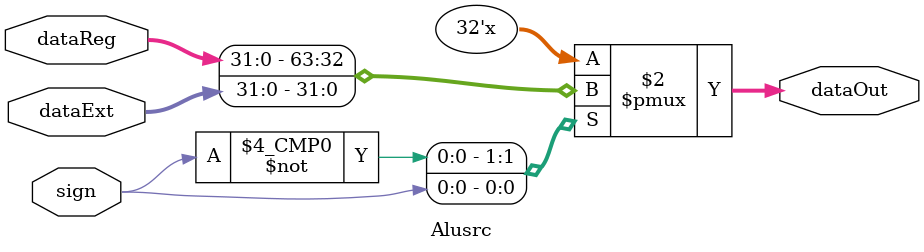
<source format=v>
module Alusrc
(
	input sign,
	input [31:0] dataReg,
	input [31:0] dataExt,
	output reg [31:0] dataOut

);


	always@(*) begin
		case(sign) 
			0: dataOut = dataReg; 
			1: dataOut = dataExt;
			default: dataOut = 32'bz;
		endcase
		
	end

endmodule 
</source>
